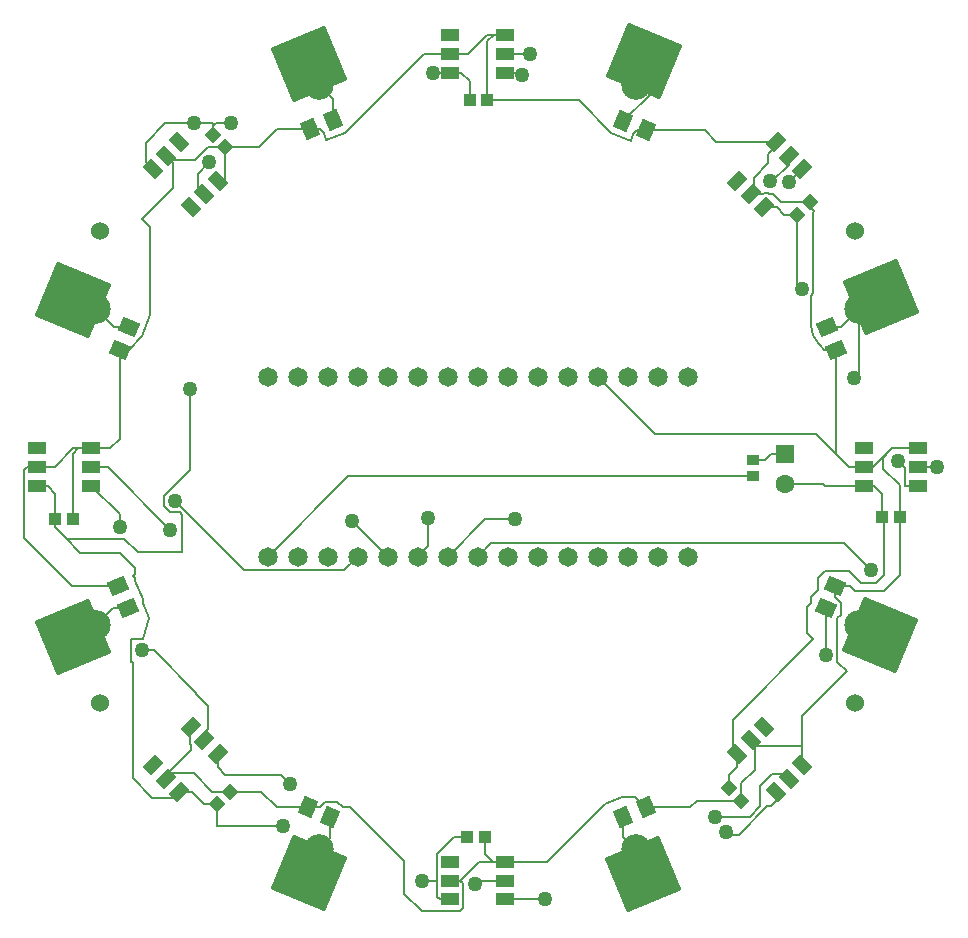
<source format=gtl>
G04 Layer_Physical_Order=1*
G04 Layer_Color=25308*
%FSLAX24Y24*%
%MOIN*%
G70*
G01*
G75*
%ADD10C,0.0059*%
G04:AMPARAMS|DCode=11|XSize=59.1mil|YSize=39.4mil|CornerRadius=0mil|HoleSize=0mil|Usage=FLASHONLY|Rotation=315.000|XOffset=0mil|YOffset=0mil|HoleType=Round|Shape=Rectangle|*
%AMROTATEDRECTD11*
4,1,4,-0.0348,0.0070,-0.0070,0.0348,0.0348,-0.0070,0.0070,-0.0348,-0.0348,0.0070,0.0*
%
%ADD11ROTATEDRECTD11*%

G04:AMPARAMS|DCode=12|XSize=59.1mil|YSize=39.4mil|CornerRadius=0mil|HoleSize=0mil|Usage=FLASHONLY|Rotation=45.000|XOffset=0mil|YOffset=0mil|HoleType=Round|Shape=Rectangle|*
%AMROTATEDRECTD12*
4,1,4,-0.0070,-0.0348,-0.0348,-0.0070,0.0070,0.0348,0.0348,0.0070,-0.0070,-0.0348,0.0*
%
%ADD12ROTATEDRECTD12*%

%ADD13R,0.0591X0.0394*%
G04:AMPARAMS|DCode=14|XSize=61mil|YSize=49.2mil|CornerRadius=0mil|HoleSize=0mil|Usage=FLASHONLY|Rotation=67.500|XOffset=0mil|YOffset=0mil|HoleType=Round|Shape=Rectangle|*
%AMROTATEDRECTD14*
4,1,4,0.0111,-0.0376,-0.0344,-0.0188,-0.0111,0.0376,0.0344,0.0188,0.0111,-0.0376,0.0*
%
%ADD14ROTATEDRECTD14*%

G04:AMPARAMS|DCode=15|XSize=61mil|YSize=49.2mil|CornerRadius=0mil|HoleSize=0mil|Usage=FLASHONLY|Rotation=22.500|XOffset=0mil|YOffset=0mil|HoleType=Round|Shape=Rectangle|*
%AMROTATEDRECTD15*
4,1,4,-0.0188,-0.0344,-0.0376,0.0111,0.0188,0.0344,0.0376,-0.0111,-0.0188,-0.0344,0.0*
%
%ADD15ROTATEDRECTD15*%

G04:AMPARAMS|DCode=16|XSize=61mil|YSize=49.2mil|CornerRadius=0mil|HoleSize=0mil|Usage=FLASHONLY|Rotation=292.500|XOffset=0mil|YOffset=0mil|HoleType=Round|Shape=Rectangle|*
%AMROTATEDRECTD16*
4,1,4,-0.0344,0.0188,0.0111,0.0376,0.0344,-0.0188,-0.0111,-0.0376,-0.0344,0.0188,0.0*
%
%ADD16ROTATEDRECTD16*%

G04:AMPARAMS|DCode=17|XSize=61mil|YSize=49.2mil|CornerRadius=0mil|HoleSize=0mil|Usage=FLASHONLY|Rotation=337.500|XOffset=0mil|YOffset=0mil|HoleType=Round|Shape=Rectangle|*
%AMROTATEDRECTD17*
4,1,4,-0.0376,-0.0111,-0.0188,0.0344,0.0376,0.0111,0.0188,-0.0344,-0.0376,-0.0111,0.0*
%
%ADD17ROTATEDRECTD17*%

%ADD18R,0.0413X0.0354*%
%ADD19R,0.0413X0.0394*%
G04:AMPARAMS|DCode=20|XSize=39.4mil|YSize=41.3mil|CornerRadius=0mil|HoleSize=0mil|Usage=FLASHONLY|Rotation=135.000|XOffset=0mil|YOffset=0mil|HoleType=Round|Shape=Rectangle|*
%AMROTATEDRECTD20*
4,1,4,0.0285,0.0007,-0.0007,-0.0285,-0.0285,-0.0007,0.0007,0.0285,0.0285,0.0007,0.0*
%
%ADD20ROTATEDRECTD20*%

G04:AMPARAMS|DCode=21|XSize=39.4mil|YSize=41.3mil|CornerRadius=0mil|HoleSize=0mil|Usage=FLASHONLY|Rotation=45.000|XOffset=0mil|YOffset=0mil|HoleType=Round|Shape=Rectangle|*
%AMROTATEDRECTD21*
4,1,4,0.0007,-0.0285,-0.0285,0.0007,-0.0007,0.0285,0.0285,-0.0007,0.0007,-0.0285,0.0*
%
%ADD21ROTATEDRECTD21*%

%ADD22P,0.2784X4X67.5*%
%ADD23P,0.2784X4X112.5*%
G04:AMPARAMS|DCode=24|XSize=196.9mil|YSize=196.9mil|CornerRadius=0mil|HoleSize=0mil|Usage=FLASHONLY|Rotation=67.500|XOffset=0mil|YOffset=0mil|HoleType=Round|Shape=Rectangle|*
%AMROTATEDRECTD24*
4,1,4,0.0533,-0.1286,-0.1286,-0.0533,-0.0533,0.1286,0.1286,0.0533,0.0533,-0.1286,0.0*
%
%ADD24ROTATEDRECTD24*%

%ADD25P,0.2784X4X67.5*%
G04:AMPARAMS|DCode=26|XSize=196.9mil|YSize=196.9mil|CornerRadius=0mil|HoleSize=0mil|Usage=FLASHONLY|Rotation=22.500|XOffset=0mil|YOffset=0mil|HoleType=Round|Shape=Rectangle|*
%AMROTATEDRECTD26*
4,1,4,-0.0533,-0.1286,-0.1286,0.0533,0.0533,0.1286,0.1286,-0.0533,-0.0533,-0.1286,0.0*
%
%ADD26ROTATEDRECTD26*%

%ADD27C,0.0650*%
%ADD28C,0.0984*%
%ADD29R,0.0630X0.0630*%
%ADD30C,0.0630*%
%ADD31C,0.0600*%
%ADD32C,0.0500*%
D10*
X40630Y34337D02*
G03*
X40939Y33591I1054J0D01*
G01*
X18121Y25748D02*
X18366Y25118D01*
X18121Y25748D02*
Y25822D01*
X18366Y24961D02*
Y25118D01*
X18047Y25896D02*
X18121Y25822D01*
Y25970D02*
Y26159D01*
X18047Y25896D02*
X18121Y25970D01*
X17600Y26680D02*
X18121Y26159D01*
X25070Y26090D02*
X25530Y26550D01*
X21760Y26090D02*
X25070D01*
X19450Y28400D02*
X21760Y26090D01*
X22990Y19270D02*
X23290Y18970D01*
X40880Y25827D02*
X41116Y26063D01*
X40880Y25433D02*
Y25827D01*
X44213Y29528D02*
X44854D01*
X40516Y24878D02*
X40634Y24996D01*
X40516Y23988D02*
Y24878D01*
X40634Y25187D02*
X40880Y25433D01*
X40634Y24996D02*
Y25187D01*
X43560Y29720D02*
X43780Y29500D01*
X16654Y29528D02*
X17205D01*
X19291Y27441D01*
X19293Y28780D02*
X19961Y29447D01*
X19293Y28780D02*
X19293D01*
X19070Y28557D02*
X19293Y28780D01*
X19070Y28243D02*
Y28557D01*
Y28243D02*
X19293Y28020D01*
X19605D01*
X19685Y27940D01*
Y26693D02*
Y27940D01*
X18203Y26693D02*
X19685D01*
X17756Y27140D02*
X18203Y26693D01*
X19961Y29447D02*
Y32126D01*
X27874Y26894D02*
Y27835D01*
X27530Y26550D02*
X27874Y26894D01*
X29775Y27795D02*
X30787D01*
X28530Y26550D02*
X29775Y27795D01*
X38701Y29754D02*
X39120D01*
X39327Y29961D01*
X39764D01*
X19589Y18698D02*
X20020D01*
X20423Y18295D01*
X20854D01*
X37901Y18831D02*
Y19260D01*
X38185Y19544D01*
Y19979D01*
X39076Y38185D02*
X39500D01*
X35137Y40751D02*
X37100D01*
X37494Y40357D01*
X39466D01*
X21114Y40185D02*
X22230D01*
X22836Y40790D01*
X23958D01*
X40602Y38200D02*
Y38358D01*
X41493Y29955D02*
Y33446D01*
X30080Y43937D02*
X30433D01*
X29862Y43719D02*
X30080Y43937D01*
X29862Y41772D02*
Y43719D01*
X28272Y15118D02*
X28622D01*
X28190Y15200D02*
X28272Y15118D01*
X28190Y16640D02*
X28755Y17205D01*
X29193D01*
X16654Y30157D02*
X17280D01*
X17601Y30479D01*
Y33446D01*
X15453Y27795D02*
Y28645D01*
X15200Y28898D02*
X15453Y28645D01*
X14843Y28898D02*
X15200D01*
X42402D02*
X42754D01*
X43012Y28640D01*
Y27874D02*
Y28640D01*
X29272Y41772D02*
Y42400D01*
X28995Y42677D02*
X29272Y42400D01*
X28622Y42677D02*
X28995D01*
X29783Y16640D02*
X30045Y16378D01*
X29783Y16640D02*
Y17205D01*
X23958Y40790D02*
X24280D01*
X24410Y40660D01*
X27757Y43307D02*
X28622D01*
X24254Y42258D02*
X24704Y41809D01*
Y41099D02*
Y41809D01*
X33530Y32550D02*
X35460Y30620D01*
X40828D01*
X41920Y29528D02*
X42402D01*
X16010Y25570D02*
X17562D01*
X14410Y27170D02*
X16010Y25570D01*
X14410Y27170D02*
Y29440D01*
X14498Y29528D01*
X14843D01*
X16220Y30157D02*
X16654D01*
X16043Y29981D02*
X16220Y30157D01*
X16043Y27795D02*
Y29981D01*
X34841Y40751D02*
X35137D01*
X29862Y41772D02*
X32898D01*
X28040Y42677D02*
X28622D01*
X20800Y40990D02*
X21310D01*
X20697Y40887D02*
X20800Y40990D01*
X20697Y40602D02*
Y40887D01*
X21272Y18713D02*
X22310D01*
X22837Y18186D01*
X23879D01*
X20870Y19520D02*
Y19979D01*
Y19520D02*
X21120Y19270D01*
X22990D01*
X29430Y15620D02*
X29558Y15748D01*
X30433D01*
X28622D02*
X28948D01*
X29578Y16378D01*
X28960Y15748D02*
X29050Y15658D01*
Y14820D02*
Y15658D01*
X28960Y14730D02*
X29050Y14820D01*
X34391Y41060D02*
X35340Y42009D01*
Y42258D01*
X34801D02*
X35340D01*
X30433Y43307D02*
X31283D01*
X39911Y39020D02*
X40357Y39466D01*
X20870Y39076D02*
X21114D01*
X30433Y16378D02*
X31838D01*
X35137Y18186D02*
X36610D01*
X36837Y18413D01*
X38319D01*
X34391Y17207D02*
Y17877D01*
Y17207D02*
X34801Y16797D01*
X16293Y26680D02*
X17600D01*
X43357Y30157D02*
X44213D01*
X43040Y29840D02*
X43357Y30157D01*
X43040Y29481D02*
Y29840D01*
Y29481D02*
X43602Y28919D01*
Y27874D02*
Y28919D01*
X42717Y29528D02*
X43347Y30157D01*
X42402Y29528D02*
X42717D01*
X15453Y27520D02*
X15773Y27200D01*
X15453Y27520D02*
Y27795D01*
X41454Y25570D02*
X41944D01*
X42101Y25412D01*
X43095D01*
X43602Y25920D01*
Y27874D01*
X37820Y17380D02*
X37920Y17280D01*
X38240D01*
X39190Y18230D01*
X39296D01*
X39466Y18400D01*
Y18698D01*
X40185Y35625D02*
Y37941D01*
X42310Y25680D02*
X42820D01*
X43070Y25930D01*
X43012Y27874D02*
X43070D01*
X29530Y26550D02*
X29990Y27010D01*
X41730D01*
X42640Y26100D01*
X42070Y32510D02*
X42258Y32698D01*
Y34801D01*
X20530Y40185D02*
X21114D01*
X17601Y33446D02*
X17896D01*
X28622Y43307D02*
X29210D01*
X29840Y43937D01*
X14843Y29528D02*
X15430D01*
X16060Y30157D01*
X20690Y18713D02*
X21272D01*
X38319Y18413D02*
Y18989D01*
X39764Y28961D02*
X41050D01*
X41113Y28898D01*
X42402D01*
X16797Y24254D02*
X17367Y24824D01*
X17871D01*
X24254Y16797D02*
X24625Y17167D01*
Y17877D01*
X41649Y34192D02*
X42258Y34801D01*
X41184Y34192D02*
X41649D01*
X16797Y34801D02*
X17406Y34192D01*
X17910D01*
X22530Y26550D02*
X25202Y29222D01*
X38701D01*
X25350Y27730D02*
X26530Y26550D01*
X30943Y42677D02*
X31010Y42610D01*
X30433Y42677D02*
X30943D01*
X43780Y28898D02*
X44213D01*
X43780D02*
Y29500D01*
X39911Y39611D02*
Y39911D01*
X30433Y15118D02*
X31768D01*
X37440Y17870D02*
X38605D01*
X38960Y18225D01*
Y18904D01*
X20090Y40990D02*
Y41000D01*
X40357Y19589D02*
Y20227D01*
X41454Y25186D02*
Y25570D01*
X15773Y27200D02*
X16293Y26680D01*
X20697Y40887D02*
Y41000D01*
X19120D02*
X20090D01*
X20697D01*
X43070Y25930D02*
Y27874D01*
X28948Y15748D02*
X28960D01*
X29578Y16378D02*
X30045D01*
X30433D01*
X16060Y30157D02*
X16220D01*
X21114Y39076D02*
Y40185D01*
X29840Y43937D02*
X30080D01*
X40828Y30620D02*
X41493Y29955D01*
X41920Y29528D01*
X43347Y30157D02*
X43357D01*
X23879Y18186D02*
X24264D01*
X24461Y18383D01*
X24834D01*
X25031Y18186D01*
X25294D01*
X18684Y18504D02*
X19395D01*
X19589Y18698D01*
X18032Y19157D02*
X18684Y18504D01*
X19144Y19144D02*
X19331Y19331D01*
X20072D01*
X20690Y18713D01*
X38031Y20133D02*
X38185Y19979D01*
X38031Y20133D02*
Y21116D01*
X38319Y18989D02*
X38780Y19450D01*
Y20276D01*
X38631Y20424D02*
X38780Y20276D01*
X38631Y20424D02*
X38828Y20227D01*
X40357D01*
X38960Y18904D02*
X39348Y19291D01*
X39764D01*
X39911Y19144D01*
X40185Y35625D02*
X40330Y35480D01*
X39642Y38358D02*
X40602D01*
X39500Y38185D02*
X39745Y37941D01*
X40185D01*
X40602Y38200D02*
X40750Y38052D01*
X40630Y35243D02*
X40710Y35323D01*
Y38012D01*
X40750Y38052D01*
X41084Y33446D02*
X41493D01*
X40939Y33591D02*
X41084Y33446D01*
X40630Y34337D02*
Y35243D01*
X38631Y38631D02*
X39060D01*
X39092Y38663D01*
X39200D01*
X39370Y38630D02*
X39642Y38358D01*
X39200Y38663D02*
X39232Y38630D01*
X39370D01*
X39355Y39055D02*
X39911Y39611D01*
X39291Y39055D02*
X39355D01*
X38740Y38858D02*
Y39179D01*
X39213Y39652D01*
Y39961D01*
X39466Y40214D01*
Y40357D01*
X20197Y38858D02*
X20424Y38631D01*
X20197Y38858D02*
Y39313D01*
X20584Y39700D01*
X19370Y38830D02*
Y39685D01*
X19144Y39911D02*
X19370Y39685D01*
X19144Y39911D02*
X19291Y39764D01*
X20109D01*
X20530Y40185D01*
X18465Y39700D02*
X18698Y39466D01*
X18465Y39700D02*
Y40345D01*
X19120Y41000D01*
X20854Y17559D02*
Y18295D01*
Y17559D02*
X23031D01*
X25294Y18186D02*
X27087Y16393D01*
Y15315D02*
Y16393D01*
Y15315D02*
X27672Y14730D01*
X28960D01*
X27677Y15748D02*
X28190D01*
Y15200D02*
Y15748D01*
Y16640D01*
X20424Y20424D02*
X20424D01*
X20158Y21962D02*
Y22007D01*
X18740Y23425D02*
X20158Y22007D01*
X18032Y19157D02*
Y23046D01*
X18346Y23425D02*
X18740D01*
X17967Y23046D02*
Y23805D01*
Y23046D02*
X18032D01*
X17967Y23805D02*
X18366D01*
X18583Y24488D01*
X18377Y24986D02*
X18583Y24488D01*
X18377Y24986D02*
X18386Y24961D01*
X15773Y27200D02*
X15833Y27140D01*
X17756D01*
X17598Y27520D02*
Y27953D01*
X16654Y28898D02*
X17598Y27953D01*
X40357Y20227D02*
Y21249D01*
X41833Y22725D01*
X41521Y23037D02*
X41833Y22725D01*
X41142Y24821D02*
X41145Y24824D01*
X41142Y23268D02*
Y24821D01*
X41521Y23037D02*
Y24486D01*
X41650Y24615D01*
Y24990D01*
X41454Y25186D02*
X41650Y24990D01*
X38031Y21116D02*
X40710Y23795D01*
X40516Y23988D02*
X40710Y23795D01*
X41116Y26063D02*
X41927D01*
X42310Y25680D01*
X32898Y41772D02*
X33990Y40680D01*
X25110Y40660D02*
X27757Y43307D01*
X18350Y37810D02*
X19370Y38830D01*
X17896Y33446D02*
X18350Y33900D01*
X18622Y34606D01*
Y37538D01*
X18350Y37810D02*
X18622Y37538D01*
X18366Y24961D02*
X18386D01*
X31838Y16378D02*
X33770Y18310D01*
X34331Y18543D01*
X34779D01*
X35137Y18186D01*
X19144Y19144D02*
Y19262D01*
X19979Y20097D01*
Y20269D01*
X19947Y20301D02*
X19979Y20269D01*
X19947Y20838D02*
X19979Y20870D01*
X19947Y20301D02*
Y20838D01*
X20551Y20787D02*
Y21569D01*
X20158Y21962D02*
X20551Y21569D01*
X20424Y20424D02*
Y20661D01*
X20551Y20787D01*
X24488Y40433D02*
X25110Y40660D01*
X24410D02*
X24488Y40433D01*
X34710Y40620D02*
X34841Y40751D01*
X33990Y40680D02*
X34646Y40394D01*
X34710Y40620D01*
D11*
X39466Y18698D02*
D03*
X39911Y19144D02*
D03*
X40357Y19589D02*
D03*
X39076Y20870D02*
D03*
X38631Y20424D02*
D03*
X38185Y19979D02*
D03*
X19979Y38185D02*
D03*
X20424Y38631D02*
D03*
X20870Y39076D02*
D03*
X19589Y40357D02*
D03*
X19144Y39911D02*
D03*
X18698Y39466D02*
D03*
D12*
X40357D02*
D03*
X39911Y39911D02*
D03*
X39466Y40357D02*
D03*
X38185Y39076D02*
D03*
X38631Y38631D02*
D03*
X39076Y38185D02*
D03*
X20870Y19979D02*
D03*
X20424Y20424D02*
D03*
X19979Y20870D02*
D03*
X18698Y19589D02*
D03*
X19144Y19144D02*
D03*
X19589Y18698D02*
D03*
D13*
X44213Y28898D02*
D03*
Y29528D02*
D03*
Y30157D02*
D03*
X42402D02*
D03*
Y29528D02*
D03*
Y28898D02*
D03*
X16654D02*
D03*
Y29528D02*
D03*
Y30157D02*
D03*
X14843D02*
D03*
Y29528D02*
D03*
Y28898D02*
D03*
X30433Y15118D02*
D03*
Y15748D02*
D03*
Y16378D02*
D03*
X28622D02*
D03*
Y15748D02*
D03*
Y15118D02*
D03*
X30433Y42677D02*
D03*
Y43307D02*
D03*
Y43937D02*
D03*
X28622D02*
D03*
Y43307D02*
D03*
Y42677D02*
D03*
D14*
X24625Y17877D02*
D03*
X23879Y18186D02*
D03*
X34391Y41060D02*
D03*
X35137Y40751D02*
D03*
D15*
X17871Y24824D02*
D03*
X17562Y25570D02*
D03*
X41184Y34192D02*
D03*
X41493Y33446D02*
D03*
D16*
X34391Y17877D02*
D03*
X35137Y18186D02*
D03*
X24704Y41099D02*
D03*
X23958Y40790D02*
D03*
D17*
X41145Y24824D02*
D03*
X41454Y25570D02*
D03*
X17910Y34192D02*
D03*
X17601Y33446D02*
D03*
D18*
X38701Y29222D02*
D03*
Y29754D02*
D03*
D19*
X15453Y27795D02*
D03*
X16043D02*
D03*
X29193Y17205D02*
D03*
X29783D02*
D03*
X43012Y27874D02*
D03*
X43602D02*
D03*
X29272Y41772D02*
D03*
X29862D02*
D03*
D20*
X20854Y18295D02*
D03*
X21272Y18713D02*
D03*
X40185Y37941D02*
D03*
X40602Y38358D02*
D03*
D21*
X37901Y18831D02*
D03*
X38319Y18413D02*
D03*
X20697Y40602D02*
D03*
X21114Y40185D02*
D03*
D22*
X16050Y23877D02*
D03*
X35060Y15971D02*
D03*
D23*
X23924Y16005D02*
D03*
X16050Y35100D02*
D03*
D24*
X35066Y43052D02*
D03*
X42940Y23918D02*
D03*
D25*
X23918Y42979D02*
D03*
D26*
X42974Y35184D02*
D03*
D27*
X36530Y26550D02*
D03*
X35530D02*
D03*
X34530D02*
D03*
X33530D02*
D03*
X32530D02*
D03*
X31530D02*
D03*
X30530D02*
D03*
X29530D02*
D03*
X28530D02*
D03*
X27530D02*
D03*
X26530D02*
D03*
X25530D02*
D03*
X24530D02*
D03*
X23530D02*
D03*
X22530D02*
D03*
X36530Y32550D02*
D03*
X35530D02*
D03*
X34530D02*
D03*
X33530D02*
D03*
X32530D02*
D03*
X31530D02*
D03*
X30530D02*
D03*
X22530D02*
D03*
X23530D02*
D03*
X24530D02*
D03*
X25530D02*
D03*
X26530D02*
D03*
X27530D02*
D03*
X28530D02*
D03*
X29530D02*
D03*
D28*
X16797Y34801D02*
D03*
X24254Y42258D02*
D03*
X42258Y34801D02*
D03*
X34801Y42258D02*
D03*
X16797Y24254D02*
D03*
X24254Y16797D02*
D03*
X34801Y16797D02*
D03*
X42258Y24254D02*
D03*
D29*
X39764Y29961D02*
D03*
D30*
Y28961D02*
D03*
D31*
X16929Y37402D02*
D03*
X42126D02*
D03*
X16929Y21654D02*
D03*
X42126D02*
D03*
D32*
X23290Y18970D02*
D03*
X44854Y29528D02*
D03*
X43560Y29720D02*
D03*
X19291Y27441D02*
D03*
X19450Y28400D02*
D03*
X19961Y32126D02*
D03*
X27874Y27835D02*
D03*
X30787Y27795D02*
D03*
X28040Y42677D02*
D03*
X21310Y40990D02*
D03*
X29430Y15620D02*
D03*
X31283Y43307D02*
D03*
X39911Y39020D02*
D03*
X37820Y17380D02*
D03*
X42640Y26100D02*
D03*
X42070Y32510D02*
D03*
X25350Y27730D02*
D03*
X20584Y39700D02*
D03*
X31010Y42610D02*
D03*
X31768Y15118D02*
D03*
X37440Y17870D02*
D03*
X20090Y40990D02*
D03*
X40330Y35480D02*
D03*
X39291Y39055D02*
D03*
X23031Y17559D02*
D03*
X27677Y15748D02*
D03*
X18346Y23425D02*
D03*
X17598Y27520D02*
D03*
X41142Y23268D02*
D03*
M02*

</source>
